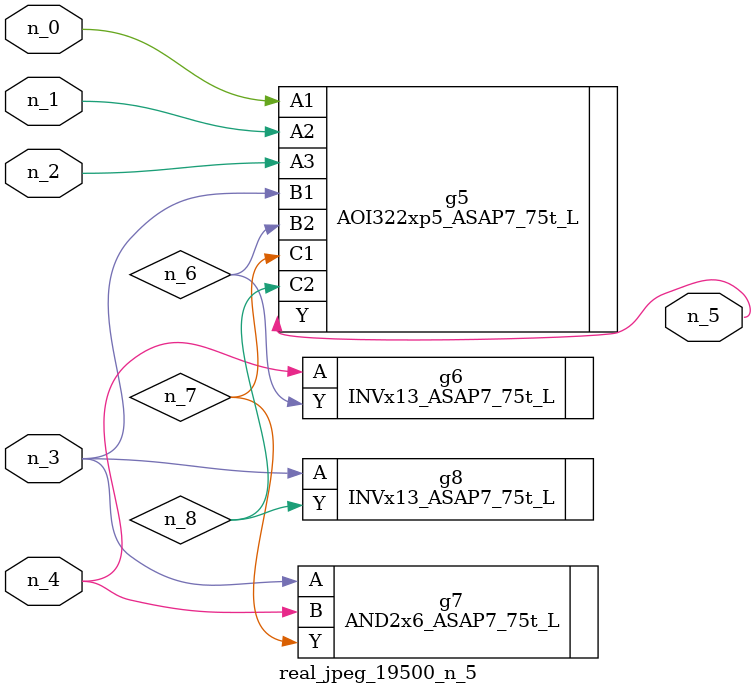
<source format=v>
module real_jpeg_19500_n_5 (n_4, n_0, n_1, n_2, n_3, n_5);

input n_4;
input n_0;
input n_1;
input n_2;
input n_3;

output n_5;

wire n_8;
wire n_6;
wire n_7;

AOI322xp5_ASAP7_75t_L g5 ( 
.A1(n_0),
.A2(n_1),
.A3(n_2),
.B1(n_3),
.B2(n_6),
.C1(n_7),
.C2(n_8),
.Y(n_5)
);

AND2x6_ASAP7_75t_L g7 ( 
.A(n_3),
.B(n_4),
.Y(n_7)
);

INVx13_ASAP7_75t_L g8 ( 
.A(n_3),
.Y(n_8)
);

INVx13_ASAP7_75t_L g6 ( 
.A(n_4),
.Y(n_6)
);


endmodule
</source>
